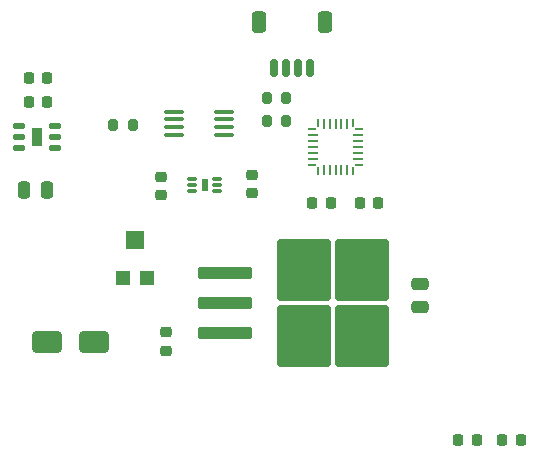
<source format=gbr>
%TF.GenerationSoftware,KiCad,Pcbnew,7.0.2-0*%
%TF.CreationDate,2024-01-05T14:45:17-05:00*%
%TF.ProjectId,WiringHarness,57697269-6e67-4486-9172-6e6573732e6b,rev?*%
%TF.SameCoordinates,Original*%
%TF.FileFunction,Paste,Top*%
%TF.FilePolarity,Positive*%
%FSLAX46Y46*%
G04 Gerber Fmt 4.6, Leading zero omitted, Abs format (unit mm)*
G04 Created by KiCad (PCBNEW 7.0.2-0) date 2024-01-05 14:45:17*
%MOMM*%
%LPD*%
G01*
G04 APERTURE LIST*
G04 Aperture macros list*
%AMRoundRect*
0 Rectangle with rounded corners*
0 $1 Rounding radius*
0 $2 $3 $4 $5 $6 $7 $8 $9 X,Y pos of 4 corners*
0 Add a 4 corners polygon primitive as box body*
4,1,4,$2,$3,$4,$5,$6,$7,$8,$9,$2,$3,0*
0 Add four circle primitives for the rounded corners*
1,1,$1+$1,$2,$3*
1,1,$1+$1,$4,$5*
1,1,$1+$1,$6,$7*
1,1,$1+$1,$8,$9*
0 Add four rect primitives between the rounded corners*
20,1,$1+$1,$2,$3,$4,$5,0*
20,1,$1+$1,$4,$5,$6,$7,0*
20,1,$1+$1,$6,$7,$8,$9,0*
20,1,$1+$1,$8,$9,$2,$3,0*%
%AMFreePoly0*
4,1,14,0.230680,0.111820,0.364320,-0.021821,0.377500,-0.053642,0.377500,-0.080000,0.364320,-0.111820,0.332500,-0.125000,-0.332500,-0.125000,-0.364320,-0.111820,-0.377500,-0.080000,-0.377500,0.080000,-0.364320,0.111820,-0.332500,0.125000,0.198860,0.125000,0.230680,0.111820,0.230680,0.111820,$1*%
%AMFreePoly1*
4,1,14,0.364320,0.111820,0.377500,0.080000,0.377501,0.053640,0.364318,0.021819,0.230680,-0.111820,0.198860,-0.125000,-0.332500,-0.125000,-0.364320,-0.111820,-0.377500,-0.080000,-0.377500,0.080000,-0.364320,0.111820,-0.332500,0.125000,0.332500,0.125000,0.364320,0.111820,0.364320,0.111820,$1*%
%AMFreePoly2*
4,1,15,0.053642,0.377500,0.080000,0.377500,0.111820,0.364320,0.125000,0.332500,0.125000,-0.332500,0.111820,-0.364320,0.080000,-0.377500,-0.080000,-0.377500,-0.111820,-0.364320,-0.125000,-0.332500,-0.125000,0.198860,-0.111820,0.230680,0.021820,0.364320,0.053640,0.377501,0.053642,0.377500,0.053642,0.377500,$1*%
%AMFreePoly3*
4,1,14,-0.021820,0.364320,0.111820,0.230679,0.125001,0.198860,0.125000,-0.332500,0.111820,-0.364320,0.080000,-0.377500,-0.080000,-0.377500,-0.111820,-0.364320,-0.125000,-0.332500,-0.125000,0.332500,-0.111820,0.364320,-0.080000,0.377500,-0.053640,0.377500,-0.021820,0.364320,-0.021820,0.364320,$1*%
%AMFreePoly4*
4,1,14,0.364320,0.111820,0.377500,0.080000,0.377500,-0.080000,0.364320,-0.111820,0.332500,-0.125000,-0.198860,-0.125001,-0.230680,-0.111818,-0.364320,0.021820,-0.377500,0.053640,-0.377500,0.080000,-0.364320,0.111820,-0.332500,0.125000,0.332500,0.125000,0.364320,0.111820,0.364320,0.111820,$1*%
%AMFreePoly5*
4,1,15,-0.198858,0.125000,0.332500,0.125000,0.364320,0.111820,0.377500,0.080000,0.377500,-0.080000,0.364320,-0.111820,0.332500,-0.125000,-0.332500,-0.125000,-0.364320,-0.111820,-0.377500,-0.080000,-0.377500,-0.053640,-0.364320,-0.021820,-0.230680,0.111820,-0.198860,0.125001,-0.198858,0.125000,-0.198858,0.125000,$1*%
%AMFreePoly6*
4,1,14,0.111820,0.364320,0.125000,0.332500,0.125001,-0.198860,0.111818,-0.230680,-0.021820,-0.364320,-0.053640,-0.377500,-0.080000,-0.377500,-0.111820,-0.364320,-0.125000,-0.332500,-0.125000,0.332500,-0.111820,0.364320,-0.080000,0.377500,0.080000,0.377500,0.111820,0.364320,0.111820,0.364320,$1*%
%AMFreePoly7*
4,1,14,0.111820,0.364320,0.125000,0.332500,0.125000,-0.332500,0.111820,-0.364320,0.080000,-0.377500,0.053640,-0.377501,0.021819,-0.364318,-0.111820,-0.230680,-0.125000,-0.198860,-0.125000,0.332500,-0.111820,0.364320,-0.080000,0.377500,0.080000,0.377500,0.111820,0.364320,0.111820,0.364320,$1*%
G04 Aperture macros list end*
%ADD10RoundRect,0.250000X0.475000X-0.250000X0.475000X0.250000X-0.475000X0.250000X-0.475000X-0.250000X0*%
%ADD11RoundRect,0.225000X0.225000X0.250000X-0.225000X0.250000X-0.225000X-0.250000X0.225000X-0.250000X0*%
%ADD12RoundRect,0.225000X-0.225000X-0.250000X0.225000X-0.250000X0.225000X0.250000X-0.225000X0.250000X0*%
%ADD13RoundRect,0.225000X-0.250000X0.225000X-0.250000X-0.225000X0.250000X-0.225000X0.250000X0.225000X0*%
%ADD14RoundRect,0.250000X-2.050000X-0.300000X2.050000X-0.300000X2.050000X0.300000X-2.050000X0.300000X0*%
%ADD15RoundRect,0.250000X-2.025000X-2.375000X2.025000X-2.375000X2.025000X2.375000X-2.025000X2.375000X0*%
%ADD16RoundRect,0.250000X-0.250000X-0.475000X0.250000X-0.475000X0.250000X0.475000X-0.250000X0.475000X0*%
%ADD17RoundRect,0.075000X0.350000X0.075000X-0.350000X0.075000X-0.350000X-0.075000X0.350000X-0.075000X0*%
%ADD18RoundRect,0.045000X0.225000X0.435000X-0.225000X0.435000X-0.225000X-0.435000X0.225000X-0.435000X0*%
%ADD19RoundRect,0.250000X1.000000X0.650000X-1.000000X0.650000X-1.000000X-0.650000X1.000000X-0.650000X0*%
%ADD20RoundRect,0.150000X0.150000X0.625000X-0.150000X0.625000X-0.150000X-0.625000X0.150000X-0.625000X0*%
%ADD21RoundRect,0.250000X0.350000X0.650000X-0.350000X0.650000X-0.350000X-0.650000X0.350000X-0.650000X0*%
%ADD22RoundRect,0.218750X-0.218750X-0.256250X0.218750X-0.256250X0.218750X0.256250X-0.218750X0.256250X0*%
%ADD23RoundRect,0.100000X0.712500X0.100000X-0.712500X0.100000X-0.712500X-0.100000X0.712500X-0.100000X0*%
%ADD24RoundRect,0.200000X-0.200000X-0.275000X0.200000X-0.275000X0.200000X0.275000X-0.200000X0.275000X0*%
%ADD25R,1.200000X1.200000*%
%ADD26R,1.600000X1.500000*%
%ADD27RoundRect,0.200000X0.200000X0.275000X-0.200000X0.275000X-0.200000X-0.275000X0.200000X-0.275000X0*%
%ADD28RoundRect,0.112500X0.387500X0.112500X-0.387500X0.112500X-0.387500X-0.112500X0.387500X-0.112500X0*%
%ADD29RoundRect,0.075000X0.375000X0.675000X-0.375000X0.675000X-0.375000X-0.675000X0.375000X-0.675000X0*%
%ADD30FreePoly0,90.000000*%
%ADD31RoundRect,0.062500X0.062500X-0.375000X0.062500X0.375000X-0.062500X0.375000X-0.062500X-0.375000X0*%
%ADD32FreePoly1,90.000000*%
%ADD33FreePoly2,90.000000*%
%ADD34RoundRect,0.062500X0.375000X-0.062500X0.375000X0.062500X-0.375000X0.062500X-0.375000X-0.062500X0*%
%ADD35FreePoly3,90.000000*%
%ADD36FreePoly4,90.000000*%
%ADD37FreePoly5,90.000000*%
%ADD38FreePoly6,90.000000*%
%ADD39FreePoly7,90.000000*%
G04 APERTURE END LIST*
D10*
%TO.C,C4*%
X178422000Y-101407000D03*
X178422000Y-99507000D03*
%TD*%
D11*
%TO.C,C15*%
X146888200Y-82016600D03*
X145338200Y-82016600D03*
%TD*%
D12*
%TO.C,C5*%
X173355000Y-92659200D03*
X174905000Y-92659200D03*
%TD*%
%TO.C,C12*%
X169328800Y-92659200D03*
X170878800Y-92659200D03*
%TD*%
D13*
%TO.C,C13*%
X156950000Y-103575000D03*
X156950000Y-105125000D03*
%TD*%
D14*
%TO.C,U8*%
X161931000Y-98533000D03*
X161931000Y-101073000D03*
D15*
X168656000Y-98298000D03*
X168656000Y-103848000D03*
X173506000Y-98298000D03*
X173506000Y-103848000D03*
D14*
X161931000Y-103613000D03*
%TD*%
D16*
%TO.C,C2*%
X144930000Y-91520000D03*
X146830000Y-91520000D03*
%TD*%
D17*
%TO.C,U3*%
X161290000Y-91592400D03*
X161290000Y-91092400D03*
X161290000Y-90592400D03*
X159140000Y-90592400D03*
X159140000Y-91092400D03*
X159140000Y-91592400D03*
D18*
X160215000Y-91092400D03*
%TD*%
D19*
%TO.C,D1*%
X150844000Y-104394000D03*
X146844000Y-104394000D03*
%TD*%
D20*
%TO.C,J6*%
X169116000Y-81153000D03*
X168116000Y-81153000D03*
X167116000Y-81153000D03*
X166116000Y-81153000D03*
D21*
X170416000Y-77278000D03*
X164816000Y-77278000D03*
%TD*%
D22*
%TO.C,FB1*%
X181686000Y-112649000D03*
X183261000Y-112649000D03*
%TD*%
D12*
%TO.C,C6*%
X185420000Y-112649000D03*
X186970000Y-112649000D03*
%TD*%
D13*
%TO.C,C11*%
X164250000Y-90250000D03*
X164250000Y-91800000D03*
%TD*%
D23*
%TO.C,U1*%
X161882800Y-86827000D03*
X161882800Y-86177000D03*
X161882800Y-85527000D03*
X161882800Y-84877000D03*
X157657800Y-84877000D03*
X157657800Y-85527000D03*
X157657800Y-86177000D03*
X157657800Y-86827000D03*
%TD*%
D24*
%TO.C,R6*%
X152489400Y-86029800D03*
X154139400Y-86029800D03*
%TD*%
D25*
%TO.C,R7*%
X153305000Y-98980665D03*
D26*
X154305000Y-95730665D03*
D25*
X155305000Y-98980665D03*
%TD*%
D11*
%TO.C,C14*%
X146850400Y-84048600D03*
X145300400Y-84048600D03*
%TD*%
D27*
%TO.C,R2*%
X167118800Y-85674200D03*
X165468800Y-85674200D03*
%TD*%
%TO.C,R1*%
X167131000Y-83769200D03*
X165481000Y-83769200D03*
%TD*%
D13*
%TO.C,C1*%
X156550000Y-90425000D03*
X156550000Y-91975000D03*
%TD*%
D28*
%TO.C,U7*%
X147574000Y-88006000D03*
X147574000Y-87056000D03*
X147574000Y-86106000D03*
X144474000Y-86106000D03*
X144474000Y-87056000D03*
X144474000Y-88006000D03*
D29*
X146024000Y-87056000D03*
%TD*%
D30*
%TO.C,U6*%
X169797600Y-89881500D03*
D31*
X170297600Y-89821500D03*
X170797600Y-89821500D03*
X171297600Y-89821500D03*
X171797600Y-89821500D03*
X172297600Y-89821500D03*
D32*
X172797600Y-89881500D03*
D33*
X173295100Y-89384000D03*
D34*
X173235100Y-88884000D03*
X173235100Y-88384000D03*
X173235100Y-87884000D03*
X173235100Y-87384000D03*
X173235100Y-86884000D03*
D35*
X173295100Y-86384000D03*
D36*
X172797600Y-85886500D03*
D31*
X172297600Y-85946500D03*
X171797600Y-85946500D03*
X171297600Y-85946500D03*
X170797600Y-85946500D03*
X170297600Y-85946500D03*
D37*
X169797600Y-85886500D03*
D38*
X169300100Y-86384000D03*
D34*
X169360100Y-86884000D03*
X169360100Y-87384000D03*
X169360100Y-87884000D03*
X169360100Y-88384000D03*
X169360100Y-88884000D03*
D39*
X169300100Y-89384000D03*
%TD*%
M02*

</source>
